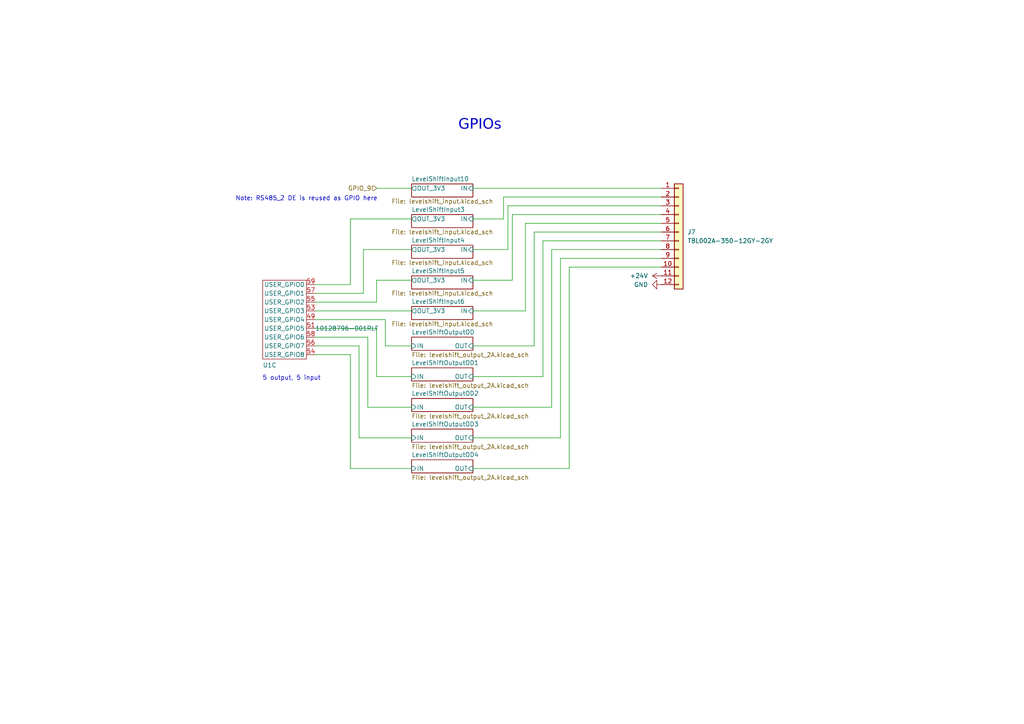
<source format=kicad_sch>
(kicad_sch (version 20250114) (generator "eeschema") (generator_version "9.0")
  (paper "A4")
  (title_block (title "ChargeBridge Eval Board") (date "2025-07-15") (rev "1.1") (company "Pionix GmbH") (comment 1 "Cornelius Claussen / Jonas Rockstroh") (comment 2 "License: CERN-OHL-P"))
  (lib_symbols
    (symbol "cb-eval-lib:Conn_01x12" (pin_names (offset 1.016) (hide yes))
      (property "Reference" "J" (at 0 15.24 0))
      (property "Value" "Conn_01x12" (at 0 -17.78 0))
      (symbol "Conn_01x12_1_1"
        (rectangle (start -1.27 13.97) (end 1.27 -16.51) (stroke (width 0.254)) (fill (type background)))
        (rectangle (start -1.27 12.827) (end 0 12.573) (stroke (width 0.1524)))
        (rectangle (start -1.27 10.287) (end 0 10.033) (stroke (width 0.1524)))
        (rectangle (start -1.27 7.747) (end 0 7.493) (stroke (width 0.1524)))
        (rectangle (start -1.27 5.207) (end 0 4.953) (stroke (width 0.1524)))
        (rectangle (start -1.27 2.667) (end 0 2.413) (stroke (width 0.1524)))
        (rectangle (start -1.27 0.127) (end 0 -0.127) (stroke (width 0.1524)))
        (rectangle (start -1.27 -2.413) (end 0 -2.667) (stroke (width 0.1524)))
        (rectangle (start -1.27 -4.953) (end 0 -5.207) (stroke (width 0.1524)))
        (rectangle (start -1.27 -7.493) (end 0 -7.747) (stroke (width 0.1524)))
        (rectangle (start -1.27 -10.033) (end 0 -10.287) (stroke (width 0.1524)))
        (rectangle (start -1.27 -12.573) (end 0 -12.827) (stroke (width 0.1524)))
        (rectangle (start -1.27 -15.113) (end 0 -15.367) (stroke (width 0.1524)))
        (pin passive line (at -5.08 12.7 0) (length 3.81) (name "Pin_1") (number "1"))
        (pin passive line (at -5.08 10.16 0) (length 3.81) (name "Pin_2") (number "2"))
        (pin passive line (at -5.08 7.62 0) (length 3.81) (name "Pin_3") (number "3"))
        (pin passive line (at -5.08 5.08 0) (length 3.81) (name "Pin_4") (number "4"))
        (pin passive line (at -5.08 2.54 0) (length 3.81) (name "Pin_5") (number "5"))
        (pin passive line (at -5.08 0 0) (length 3.81) (name "Pin_6") (number "6"))
        (pin passive line (at -5.08 -2.54 0) (length 3.81) (name "Pin_7") (number "7"))
        (pin passive line (at -5.08 -5.08 0) (length 3.81) (name "Pin_8") (number "8"))
        (pin passive line (at -5.08 -7.62 0) (length 3.81) (name "Pin_9") (number "9"))
        (pin passive line (at -5.08 -10.16 0) (length 3.81) (name "Pin_10") (number "10"))
        (pin passive line (at -5.08 -12.7 0) (length 3.81) (name "Pin_11") (number "11"))
        (pin passive line (at -5.08 -15.24 0) (length 3.81) (name "Pin_12") (number "12"))
      )
    )
    (symbol "cb-eval-lib:Pionix-SOM"
      (property "Reference" "U" (at -6.858 -14.732 0))
      (symbol "Pionix-SOM_1_1"
        (rectangle (start -10.16 10.795) (end 7.62 -10.16))
        (text "Charging Cable" (at -2.032 8.89 0) (effects (font (size 1.27 1.27))))
        (pin passive line (at 10.16 6.35 180) (length 2.54) (name "CONNECTOR.PIN0") (number "74"))
        (pin passive line (at 10.16 3.81 180) (length 2.54) (name "CONNECTOR.PIN1") (number "72"))
        (pin passive line (at 10.16 1.27 180) (length 2.54) (name "CONNECTOR.PIN2") (number "70"))
        (pin passive line (at 10.16 -1.27 180) (length 2.54) (name "CONNECTOR.PIN3") (number "68"))
        (pin passive line (at 10.16 -3.81 180) (length 2.54) (name "CONNECTOR.PIN4") (number "66"))
        (pin passive line (at 10.16 -6.35 180) (length 2.54) (name "CONNECTOR.PIN5") (number "62"))
        (pin passive line (at 10.16 -8.89 180) (length 2.54) (name "CONNECTOR.RSVD") (number "60"))
      )
      (symbol "Pionix-SOM_2_1"
        (rectangle (start -10.16 7.62) (end 13.97 -6.35))
        (pin power_in line (at -7.62 -8.89 90) (length 2.54) (name "GND") (number "6"))
        (pin power_in line (at -5.08 10.16 270) (length 2.54) (name "VDD3v3") (number "11"))
        (pin power_in line (at -5.08 -8.89 90) (length 2.54) (name "GND") (number "24"))
        (pin power_in line (at -2.54 10.16 270) (length 2.54) (name "VDD3v3") (number "40"))
        (pin power_in line (at -2.54 -8.89 90) (length 2.54) (name "GND") (number "34"))
        (pin power_in line (at 0 10.16 270) (length 2.54) (name "VDD3v3") (number "46"))
        (pin power_in line (at 0 -8.89 90) (length 2.54) (name "GND") (number "50"))
        (pin power_in line (at 2.54 10.16 270) (length 2.54) (name "VDD3v3") (number "48"))
        (pin power_in line (at 2.54 -8.89 90) (length 2.54) (name "GND") (number "52"))
        (pin power_in line (at 5.08 10.16 270) (length 2.54) (name "VDD3v3") (number "61"))
        (pin power_in line (at 5.08 -8.89 90) (length 2.54) (name "GND") (number "64"))
        (pin power_in line (at 7.62 -8.89 90) (length 2.54) (name "GND") (number "75"))
        (pin passive line (at 10.16 -10.16 90) (length 3.81) (name "SH1") (number "SH1"))
        (pin passive line (at 12.7 -10.16 90) (length 3.81) (name "SH2") (number "SH2"))
      )
      (symbol "Pionix-SOM_3_1"
        (rectangle (start 6.35 11.43) (end -6.35 -11.43))
        (pin bidirectional line (at 8.89 10.16 180) (length 2.54) (name "USER_GPIO0") (number "59"))
        (pin bidirectional line (at 8.89 7.62 180) (length 2.54) (name "USER_GPIO1") (number "57"))
        (pin bidirectional line (at 8.89 5.08 180) (length 2.54) (name "USER_GPIO2") (number "55"))
        (pin bidirectional line (at 8.89 2.54 180) (length 2.54) (name "USER_GPIO3") (number "53"))
        (pin bidirectional line (at 8.89 0 180) (length 2.54) (name "USER_GPIO4") (number "49"))
        (pin bidirectional line (at 8.89 -2.54 180) (length 2.54) (name "USER_GPIO5") (number "51"))
        (pin bidirectional line (at 8.89 -5.08 180) (length 2.54) (name "USER_GPIO6") (number "58"))
        (pin bidirectional line (at 8.89 -7.62 180) (length 2.54) (name "USER_GPIO7") (number "56"))
        (pin bidirectional line (at 8.89 -10.16 180) (length 2.54) (name "USER_GPIO8") (number "54"))
      )
      (symbol "Pionix-SOM_4_1"
        (rectangle (start -6.35 8.89) (end 6.35 -9.525))
        (text "ADC" (at -3.556 7.366 0) (effects (font (size 1.27 1.27))))
        (pin input line (at 8.89 3.81 180) (length 2.54) (name "EXT_ADC0_P") (number "67"))
        (pin input line (at 8.89 1.27 180) (length 2.54) (name "EXT_ADC0_N") (number "69"))
        (pin input line (at 8.89 -2.54 180) (length 2.54) (name "EXT_ADC1") (number "71"))
        (pin input line (at 8.89 -5.08 180) (length 2.54) (name "EXT_ADC2") (number "44"))
        (pin input line (at 8.89 -7.62 180) (length 2.54) (name "EXT_ADC3") (number "73"))
      )
      (symbol "Pionix-SOM_5_1"
        (rectangle (start -10.795 8.89) (end 7.62 -8.255))
        (pin input line (at 10.16 7.62 180) (length 2.54) (name "RESET") (number "42"))
        (pin passive line (at 10.16 5.08 180) (length 2.54) (name "RESERVED/SWCLK") (number "1"))
        (pin passive line (at 10.16 2.54 180) (length 2.54) (name "RESERVED/SWDIO") (number "5"))
        (pin output line (at 10.16 0 180) (length 2.54) (name "UART2_TX") (number "63"))
        (pin input line (at 10.16 -2.54 180) (length 2.54) (name "UART2_RX") (number "65"))
        (pin input line (at 10.16 -6.35 180) (length 2.54) (name "SECURE_MODULE") (number "30"))
      )
      (symbol "Pionix-SOM_6_1"
        (rectangle (start -10.16 13.97) (end 6.35 -14.605))
        (text "Host interface" (at -1.27 12.446 0) (effects (font (size 1.27 1.27))))
        (pin passive line (at 8.89 9.525 180) (length 2.54) (name "USB.D+") (number "7"))
        (pin passive line (at 8.89 6.985 180) (length 2.54) (name "USB.D-") (number "9"))
        (pin passive line (at 8.89 1.905 180) (length 2.54) (name "ETH.RXP") (number "28"))
        (pin passive line (at 8.89 -0.635 180) (length 2.54) (name "ETH.RXN") (number "26"))
        (pin passive line (at 8.89 -4.445 180) (length 2.54) (name "ETH.TXP") (number "22"))
        (pin passive line (at 8.89 -6.985 180) (length 2.54) (name "ETH.TXN") (number "20"))
        (pin output line (at 8.89 -10.795 180) (length 2.54) (name "ETH.LED1") (number "32"))
      )
      (symbol "Pionix-SOM_7_1"
        (rectangle (start -11.43 19.05) (end 10.16 -14.605))
        (text "Downstream Comms" (at -0.508 17.526 0) (effects (font (size 1.27 1.27))))
        (pin bidirectional line (at 12.7 13.97 180) (length 2.54) (name "I3C.SDA") (number "8"))
        (pin output line (at 12.7 11.43 180) (length 2.54) (name "I3C.SCL") (number "10"))
        (pin input line (at 12.7 7.62 180) (length 2.54) (name "RS585_2_RX") (number "33"))
        (pin output line (at 12.7 5.08 180) (length 2.54) (name "RS585_2_TX") (number "31"))
        (pin output line (at 12.7 2.54 180) (length 2.54) (name "RS485_2_TXEN") (number "45"))
        (pin bidirectional line (at 12.7 -2.54 180) (length 2.54) (name "CAN.HI") (number "4"))
        (pin bidirectional line (at 12.7 -5.08 180) (length 2.54) (name "CAN.LO") (number "2"))
        (pin bidirectional line (at 12.7 -10.16 180) (length 2.54) (name "RS485.A") (number "36"))
        (pin bidirectional line (at 12.7 -12.7 180) (length 2.54) (name "RS485.B") (number "38"))
      )
      (symbol "Pionix-SOM_8_1"
        (rectangle (start -10.16 12.7) (end 8.89 -10.795))
        (text "Relays control" (at 0 11.43 0) (effects (font (size 1.27 1.27))))
        (pin output line (at 11.43 8.89 180) (length 2.54) (name "RELAY3") (number "3"))
        (pin input line (at 11.43 6.35 180) (length 2.54) (name "RELAY3_FB") (number "25"))
        (pin output line (at 11.43 1.27 180) (length 2.54) (name "RELAY2") (number "27"))
        (pin input line (at 11.43 -1.27 180) (length 2.54) (name "RELAY2_FB") (number "21"))
        (pin output line (at 11.43 -6.35 180) (length 2.54) (name "RELAY1") (number "29"))
        (pin input line (at 11.43 -8.89 180) (length 2.54) (name "RELAY1_FB") (number "23"))
      )
      (symbol "Pionix-SOM_9_1"
        (rectangle (start 10.16 11.43) (end -12.7 -8.89))
        (text "USER INTERFACE" (at 1.27 10.16 0) (effects (font (size 1.27 1.27))))
        (pin input line (at 12.7 7.62 180) (length 2.54) (name "STOP_CHARGING") (number "47"))
        (pin input line (at 12.7 5.08 180) (length 2.54) (name "EMERGENCY_SHDN_IN") (number "43"))
        (pin output line (at 12.7 2.54 180) (length 2.54) (name "EMERGENCY_SHDN_OUT") (number "41"))
        (pin output line (at 12.7 -2.54 180) (length 2.54) (name "LED.R") (number "39"))
        (pin output line (at 12.7 -5.08 180) (length 2.54) (name "LED.G") (number "37"))
        (pin output line (at 12.7 -7.62 180) (length 2.54) (name "LED.B") (number "35"))
      )
    )
    (symbol "power:+24V" (power) (pin_numbers (hide yes)) (pin_names (offset 0) (hide yes))
      (property "Value" "+24V" (at 0 3.556 0))
      (symbol "+24V_0_1"
        (polyline (pts (xy -0.762 1.27) (xy 0 2.54)))
        (polyline (pts (xy 0 2.54) (xy 0.762 1.27)))
        (polyline (pts (xy 0 0) (xy 0 2.54)))
      )
      (symbol "+24V_1_1"
        (pin power_in line (at 0 0 90) (length 0) (name "~") (number "1"))
      )
    )
    (symbol "power:GND" (power) (pin_numbers (hide yes)) (pin_names (offset 0) (hide yes))
      (property "Value" "GND" (at 0 -3.81 0))
      (symbol "GND_0_1"
        (polyline (pts (xy 0 0) (xy 0 -1.27) (xy 1.27 -1.27) (xy 0 -2.54) (xy -1.27 -1.27) (xy 0 -1.27)))
      )
      (symbol "GND_1_1"
        (pin power_in line (at 0 0 270) (length 0) (name "~") (number "1"))
      )
    )
  )
  (text "5 output, 5 input" (at 84.582 109.728 0) (effects (font (size 1.27 1.27))))
  (text "GPIOs" (at 139.192 37.084 0) (effects (font (size 3 3) (thickness 0.375))))
  (text "Note: RS485_2 DE is reused as GPIO here" (at 88.9 57.658 0) (effects (font (size 1.27 1.27))))
  (wire (pts (xy 191.77 69.85) (xy 157.48 69.85)))
  (wire (pts (xy 101.6 82.55) (xy 101.6 63.5)))
  (wire (pts (xy 157.48 109.22) (xy 137.16 109.22)))
  (wire (pts (xy 104.14 100.33) (xy 104.14 127)))
  (wire (pts (xy 109.22 95.25) (xy 109.22 109.22)))
  (wire (pts (xy 137.16 118.11) (xy 160.02 118.11)))
  (wire (pts (xy 137.16 81.28) (xy 148.59 81.28)))
  (wire (pts (xy 191.77 62.23) (xy 148.59 62.23)))
  (wire (pts (xy 111.76 92.71) (xy 91.44 92.71)))
  (wire (pts (xy 162.56 74.93) (xy 162.56 127)))
  (wire (pts (xy 109.22 87.63) (xy 109.22 81.28)))
  (wire (pts (xy 137.16 100.33) (xy 154.94 100.33)))
  (wire (pts (xy 152.4 64.77) (xy 152.4 90.17)))
  (wire (pts (xy 191.77 64.77) (xy 152.4 64.77)))
  (wire (pts (xy 146.05 57.15) (xy 191.77 57.15)))
  (wire (pts (xy 154.94 67.31) (xy 191.77 67.31)))
  (wire (pts (xy 146.05 63.5) (xy 146.05 57.15)))
  (wire (pts (xy 154.94 67.31) (xy 154.94 100.33)))
  (wire (pts (xy 91.44 102.87) (xy 101.6 102.87)))
  (wire (pts (xy 191.77 77.47) (xy 165.1 77.47)))
  (wire (pts (xy 162.56 127) (xy 137.16 127)))
  (wire (pts (xy 137.16 63.5) (xy 146.05 63.5)))
  (wire (pts (xy 147.32 59.69) (xy 191.77 59.69)))
  (wire (pts (xy 191.77 72.39) (xy 160.02 72.39)))
  (wire (pts (xy 137.16 72.39) (xy 147.32 72.39)))
  (wire (pts (xy 104.14 127) (xy 119.38 127)))
  (wire (pts (xy 109.22 81.28) (xy 119.38 81.28)))
  (wire (pts (xy 147.32 72.39) (xy 147.32 59.69)))
  (wire (pts (xy 111.76 100.33) (xy 119.38 100.33)))
  (wire (pts (xy 91.44 90.17) (xy 119.38 90.17)))
  (wire (pts (xy 109.22 109.22) (xy 119.38 109.22)))
  (wire (pts (xy 137.16 54.61) (xy 191.77 54.61)))
  (wire (pts (xy 109.22 54.61) (xy 119.38 54.61)))
  (wire (pts (xy 101.6 102.87) (xy 101.6 135.89)))
  (wire (pts (xy 91.44 100.33) (xy 104.14 100.33)))
  (wire (pts (xy 91.44 87.63) (xy 109.22 87.63)))
  (wire (pts (xy 137.16 90.17) (xy 152.4 90.17)))
  (wire (pts (xy 111.76 100.33) (xy 111.76 92.71)))
  (wire (pts (xy 106.68 97.79) (xy 106.68 118.11)))
  (wire (pts (xy 101.6 63.5) (xy 119.38 63.5)))
  (wire (pts (xy 157.48 69.85) (xy 157.48 109.22)))
  (wire (pts (xy 105.41 85.09) (xy 91.44 85.09)))
  (wire (pts (xy 119.38 72.39) (xy 105.41 72.39)))
  (wire (pts (xy 106.68 118.11) (xy 119.38 118.11)))
  (wire (pts (xy 105.41 72.39) (xy 105.41 85.09)))
  (wire (pts (xy 165.1 77.47) (xy 165.1 135.89)))
  (wire (pts (xy 91.44 82.55) (xy 101.6 82.55)))
  (wire (pts (xy 148.59 62.23) (xy 148.59 81.28)))
  (wire (pts (xy 91.44 97.79) (xy 106.68 97.79)))
  (wire (pts (xy 160.02 72.39) (xy 160.02 118.11)))
  (wire (pts (xy 137.16 135.89) (xy 165.1 135.89)))
  (wire (pts (xy 91.44 95.25) (xy 109.22 95.25)))
  (wire (pts (xy 101.6 135.89) (xy 119.38 135.89)))
  (wire (pts (xy 191.77 74.93) (xy 162.56 74.93)))
  (hierarchical_label "GPIO_9" (shape input) (at 109.22 54.61 180))
  (symbol (lib_id "cb-eval-lib:Pionix-SOM") (at 82.55 92.71 0) (unit 3)
    (property "Reference" "U1" (at 76.2 105.918 0) (effects (justify left)))
    (property "Value" "10128796-001RLF" (at 91.44 95.25 0) (effects (justify left)))
    (property "Footprint" "cb-eval-lib:AMPHENOL_10128796-001RLF_ChargeBridge_Wurth_standoff" (effects (hide yes)))
    (property "Description" "Pionix Charging SOM" (effects (hide yes)))
    (property "MPN" "10128796-001RLF" (effects (hide yes)))
    (property "Manufacturer" "Amphenol ICC (FCI)" (effects (hide yes)))
  )
  (symbol (lib_id "power:GND") (at 191.77 82.55 270) (unit 1)
    (property "Reference" "#PWR046" (effects (hide yes)))
    (property "Value" "GND" (at 187.96 82.5499 90) (effects (justify right)))
    (property "Description" "Power symbol creates a global label with name \"GND\" , ground" (effects (hide yes)))
  )
  (symbol (lib_id "cb-eval-lib:Conn_01x12") (at 196.85 67.31 0) (unit 1)
    (property "Reference" "J7" (at 199.39 67.3099 0) (effects (justify left)))
    (property "Value" "TBL002A-350-12GY-2GY" (at 199.39 69.8499 0) (effects (justify left)))
    (property "Footprint" "cb-eval-lib:CUI_TBL002A-350-12GY-2GY" (effects (hide yes)))
    (property "Description" "Generic connector, single row, 01x12, script generated (kicad-library-utils/schlib/autogen/connector/)" (effects (hide yes)))
    (property "MPN" "TBL002A-350-12GY-2GY" (effects (hide yes)))
    (property "Manufacturer" "Same Sky (Formerly CUI Devices)" (effects (hide yes)))
    (property "Digikey" "102-6375-ND" (effects (hide yes)))
  )
  (symbol (lib_id "power:+24V") (at 191.77 80.01 90) (unit 1)
    (property "Reference" "#PWR048" (effects (hide yes)))
    (property "Value" "+24V" (at 187.96 80.0099 90) (effects (justify left)))
    (property "Description" "Power symbol creates a global label with name \"+24V\"" (effects (hide yes)))
  )
  (sheet (at 119.38 124.46) (size 17.78 3.81) (stroke (width 0.1524))
    (property "Sheetname" "LevelShiftOutputOD3" (at 119.38 123.7484 0) (effects (justify left bottom)))
    (property "Sheetfile" "levelshift_output_2A.kicad_sch" (at 119.38 128.8546 0) (effects (justify left top)))
    (pin "IN" input (at 119.38 127 180))
    (pin "OUT" input (at 137.16 127 0))
  )
  (sheet (at 119.38 115.57) (size 17.78 3.81) (stroke (width 0.1524))
    (property "Sheetname" "LevelShiftOutputOD2" (at 119.38 114.8584 0) (effects (justify left bottom)))
    (property "Sheetfile" "levelshift_output_2A.kicad_sch" (at 119.38 119.9646 0) (effects (justify left top)))
    (pin "IN" input (at 119.38 118.11 180))
    (pin "OUT" input (at 137.16 118.11 0))
  )
  (sheet (at 119.38 133.35) (size 17.78 3.81) (stroke (width 0.1524))
    (property "Sheetname" "LevelShiftOutputOD4" (at 119.38 132.6384 0) (effects (justify left bottom)))
    (property "Sheetfile" "levelshift_output_2A.kicad_sch" (at 119.38 137.7446 0) (effects (justify left top)))
    (pin "IN" input (at 119.38 135.89 180))
    (pin "OUT" input (at 137.16 135.89 0))
  )
  (sheet (at 119.38 71.12) (size 17.78 3.81) (stroke (width 0.1524))
    (property "Sheetname" "LevelShiftInput4" (at 119.38 70.4084 0) (effects (justify left bottom)))
    (property "Sheetfile" "levelshift_input.kicad_sch" (at 113.538 75.438 0) (effects (justify left top)))
    (pin "OUT_3V3" output (at 119.38 72.39 180))
    (pin "IN" input (at 137.16 72.39 0))
  )
  (sheet (at 119.38 97.79) (size 17.78 3.81) (stroke (width 0.1524))
    (property "Sheetname" "LevelShiftOutputOD" (at 119.38 97.0784 0) (effects (justify left bottom)))
    (property "Sheetfile" "levelshift_output_2A.kicad_sch" (at 119.38 102.1846 0) (effects (justify left top)))
    (pin "IN" input (at 119.38 100.33 180))
    (pin "OUT" input (at 137.16 100.33 0))
  )
  (sheet (at 119.38 88.9) (size 17.78 3.81) (stroke (width 0.1524))
    (property "Sheetname" "LevelShiftInput6" (at 119.38 88.1884 0) (effects (justify left bottom)))
    (property "Sheetfile" "levelshift_input.kicad_sch" (at 113.538 93.218 0) (effects (justify left top)))
    (pin "OUT_3V3" output (at 119.38 90.17 180))
    (pin "IN" input (at 137.16 90.17 0))
  )
  (sheet (at 119.38 53.34) (size 17.78 3.81) (stroke (width 0.1524))
    (property "Sheetname" "LevelShiftInput10" (at 119.38 52.6284 0) (effects (justify left bottom)))
    (property "Sheetfile" "levelshift_input.kicad_sch" (at 113.538 57.658 0) (effects (justify left top)))
    (pin "OUT_3V3" output (at 119.38 54.61 180))
    (pin "IN" input (at 137.16 54.61 0))
  )
  (sheet (at 119.38 62.23) (size 17.78 3.81) (stroke (width 0.1524))
    (property "Sheetname" "LevelShiftInput3" (at 119.38 61.5184 0) (effects (justify left bottom)))
    (property "Sheetfile" "levelshift_input.kicad_sch" (at 113.538 66.548 0) (effects (justify left top)))
    (pin "OUT_3V3" output (at 119.38 63.5 180))
    (pin "IN" input (at 137.16 63.5 0))
  )
  (sheet (at 119.38 106.68) (size 17.78 3.81) (stroke (width 0.1524))
    (property "Sheetname" "LevelShiftOutputOD1" (at 119.38 105.9684 0) (effects (justify left bottom)))
    (property "Sheetfile" "levelshift_output_2A.kicad_sch" (at 119.38 111.0746 0) (effects (justify left top)))
    (pin "IN" input (at 119.38 109.22 180))
    (pin "OUT" input (at 137.16 109.22 0))
  )
  (sheet (at 119.38 80.01) (size 17.78 3.81) (stroke (width 0.1524))
    (property "Sheetname" "LevelShiftInput5" (at 119.38 79.2984 0) (effects (justify left bottom)))
    (property "Sheetfile" "levelshift_input.kicad_sch" (at 113.538 84.328 0) (effects (justify left top)))
    (pin "OUT_3V3" output (at 119.38 81.28 180))
    (pin "IN" input (at 137.16 81.28 0))
  )
)
</source>
